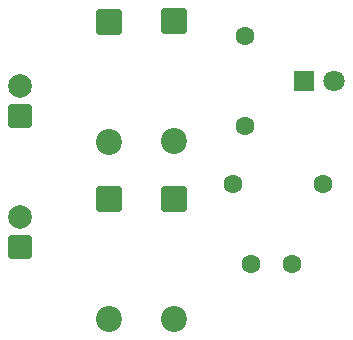
<source format=gbr>
%TF.GenerationSoftware,KiCad,Pcbnew,9.0.5*%
%TF.CreationDate,2025-10-11T14:19:14+05:30*%
%TF.ProjectId,new_project,6e65775f-7072-46f6-9a65-63742e6b6963,rev?*%
%TF.SameCoordinates,Original*%
%TF.FileFunction,Soldermask,Bot*%
%TF.FilePolarity,Negative*%
%FSLAX46Y46*%
G04 Gerber Fmt 4.6, Leading zero omitted, Abs format (unit mm)*
G04 Created by KiCad (PCBNEW 9.0.5) date 2025-10-11 14:19:14*
%MOMM*%
%LPD*%
G01*
G04 APERTURE LIST*
G04 Aperture macros list*
%AMRoundRect*
0 Rectangle with rounded corners*
0 $1 Rounding radius*
0 $2 $3 $4 $5 $6 $7 $8 $9 X,Y pos of 4 corners*
0 Add a 4 corners polygon primitive as box body*
4,1,4,$2,$3,$4,$5,$6,$7,$8,$9,$2,$3,0*
0 Add four circle primitives for the rounded corners*
1,1,$1+$1,$2,$3*
1,1,$1+$1,$4,$5*
1,1,$1+$1,$6,$7*
1,1,$1+$1,$8,$9*
0 Add four rect primitives between the rounded corners*
20,1,$1+$1,$2,$3,$4,$5,0*
20,1,$1+$1,$4,$5,$6,$7,0*
20,1,$1+$1,$6,$7,$8,$9,0*
20,1,$1+$1,$8,$9,$2,$3,0*%
G04 Aperture macros list end*
%ADD10RoundRect,0.249999X-0.850001X0.850001X-0.850001X-0.850001X0.850001X-0.850001X0.850001X0.850001X0*%
%ADD11C,2.200000*%
%ADD12C,1.600000*%
%ADD13RoundRect,0.250000X0.750000X-0.750000X0.750000X0.750000X-0.750000X0.750000X-0.750000X-0.750000X0*%
%ADD14C,2.000000*%
%ADD15R,1.800000X1.800000*%
%ADD16C,1.800000*%
G04 APERTURE END LIST*
D10*
%TO.C,D1*%
X115500000Y-71000000D03*
D11*
X115500000Y-81160000D03*
%TD*%
D10*
%TO.C,D3*%
X121000000Y-70920000D03*
D11*
X121000000Y-81080000D03*
%TD*%
D12*
%TO.C,R2*%
X126050000Y-84700000D03*
X133670000Y-84700000D03*
%TD*%
%TO.C,R1*%
X127000000Y-72190000D03*
X127000000Y-79810000D03*
%TD*%
D13*
%TO.C,J2*%
X108000000Y-90040000D03*
D14*
X108000000Y-87500000D03*
%TD*%
D13*
%TO.C,J1*%
X108007500Y-78982500D03*
D14*
X108007500Y-76442500D03*
%TD*%
D15*
%TO.C,D5*%
X132000000Y-76000000D03*
D16*
X134540000Y-76000000D03*
%TD*%
D10*
%TO.C,D4*%
X121000000Y-86000000D03*
D11*
X121000000Y-96160000D03*
%TD*%
D10*
%TO.C,D2*%
X115500000Y-86000000D03*
D11*
X115500000Y-96160000D03*
%TD*%
D12*
%TO.C,C1*%
X127500000Y-91500000D03*
X131000000Y-91500000D03*
%TD*%
M02*

</source>
